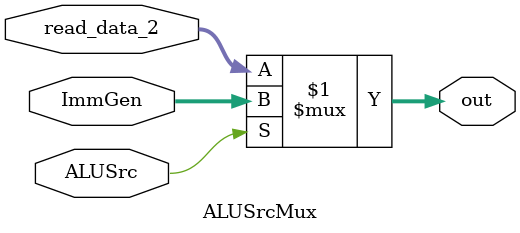
<source format=v>
module ALUSrcMux(
    output[63:0] out,
    input[63:0] read_data_2, ImmGen,
    input ALUSrc
);

assign out = ALUSrc ? ImmGen:read_data_2;
endmodule
</source>
